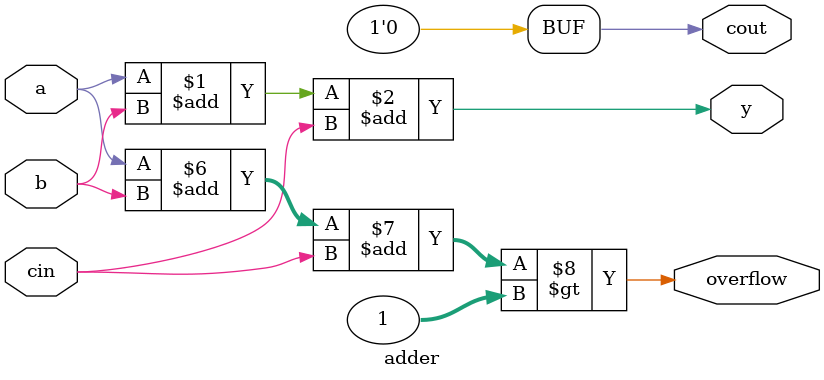
<source format=v>
module adder(input a, input b, input cin, output y, output cout, output overflow);
    assign y = a + b + cin;
    assign cout = (a + b + cin) >> 1;
    assign overflow = (a + b + cin) > 1;
endmodule
</source>
